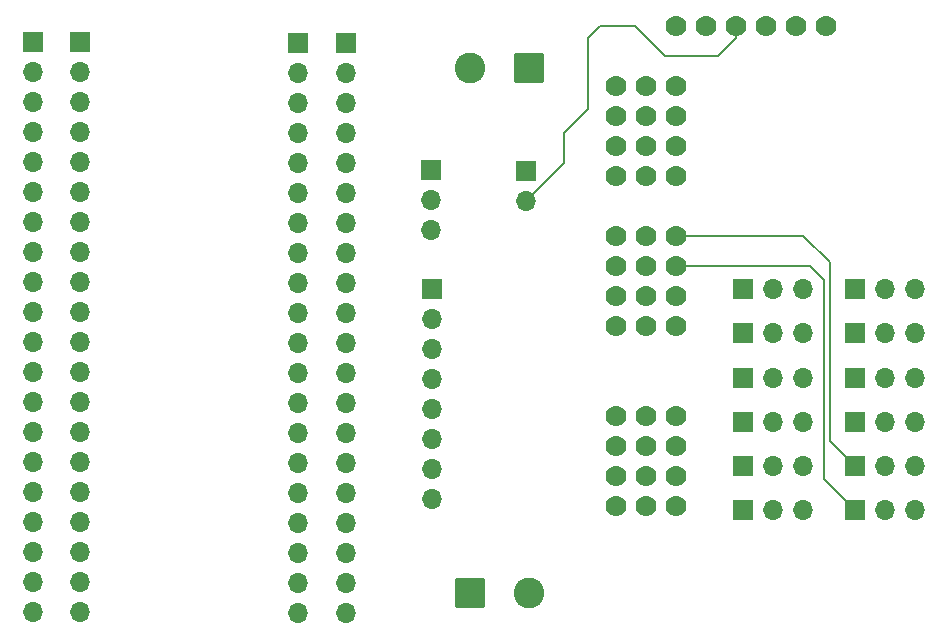
<source format=gbr>
%TF.GenerationSoftware,KiCad,Pcbnew,9.0.0*%
%TF.CreationDate,2025-03-26T16:24:42-04:00*%
%TF.ProjectId,spotmicro18_5mm,73706f74-6d69-4637-926f-31385f356d6d,rev?*%
%TF.SameCoordinates,Original*%
%TF.FileFunction,Copper,L4,Bot*%
%TF.FilePolarity,Positive*%
%FSLAX46Y46*%
G04 Gerber Fmt 4.6, Leading zero omitted, Abs format (unit mm)*
G04 Created by KiCad (PCBNEW 9.0.0) date 2025-03-26 16:24:42*
%MOMM*%
%LPD*%
G01*
G04 APERTURE LIST*
G04 Aperture macros list*
%AMRoundRect*
0 Rectangle with rounded corners*
0 $1 Rounding radius*
0 $2 $3 $4 $5 $6 $7 $8 $9 X,Y pos of 4 corners*
0 Add a 4 corners polygon primitive as box body*
4,1,4,$2,$3,$4,$5,$6,$7,$8,$9,$2,$3,0*
0 Add four circle primitives for the rounded corners*
1,1,$1+$1,$2,$3*
1,1,$1+$1,$4,$5*
1,1,$1+$1,$6,$7*
1,1,$1+$1,$8,$9*
0 Add four rect primitives between the rounded corners*
20,1,$1+$1,$2,$3,$4,$5,0*
20,1,$1+$1,$4,$5,$6,$7,0*
20,1,$1+$1,$6,$7,$8,$9,0*
20,1,$1+$1,$8,$9,$2,$3,0*%
G04 Aperture macros list end*
%TA.AperFunction,ComponentPad*%
%ADD10R,1.700000X1.700000*%
%TD*%
%TA.AperFunction,ComponentPad*%
%ADD11O,1.700000X1.700000*%
%TD*%
%TA.AperFunction,ComponentPad*%
%ADD12RoundRect,0.250000X1.050000X1.050000X-1.050000X1.050000X-1.050000X-1.050000X1.050000X-1.050000X0*%
%TD*%
%TA.AperFunction,ComponentPad*%
%ADD13C,2.600000*%
%TD*%
%TA.AperFunction,ComponentPad*%
%ADD14RoundRect,0.250000X-1.050000X-1.050000X1.050000X-1.050000X1.050000X1.050000X-1.050000X1.050000X0*%
%TD*%
%TA.AperFunction,ComponentPad*%
%ADD15C,1.778000*%
%TD*%
%TA.AperFunction,Conductor*%
%ADD16C,0.200000*%
%TD*%
G04 APERTURE END LIST*
D10*
%TO.P,J9,1,Pin_1*%
%TO.N,/PWM-7*%
X146170000Y-88000000D03*
D11*
%TO.P,J9,2,Pin_2*%
%TO.N,/S2-PWR*%
X148710000Y-88000000D03*
%TO.P,J9,3,Pin_3*%
%TO.N,/S2-GND*%
X151250000Y-88000000D03*
%TD*%
D10*
%TO.P,J14,1,Pin_1*%
%TO.N,/ESP-32Pin*%
X90000000Y-63360000D03*
D11*
%TO.P,J14,2,Pin_2*%
X90000000Y-65900000D03*
%TO.P,J14,3,Pin_3*%
X90000000Y-68440000D03*
%TO.P,J14,4,Pin_4*%
X90000000Y-70980000D03*
%TO.P,J14,5,Pin_5*%
X90000000Y-73520000D03*
%TO.P,J14,6,Pin_6*%
X90000000Y-76060000D03*
%TO.P,J14,7,Pin_7*%
X90000000Y-78600000D03*
%TO.P,J14,8,Pin_8*%
X90000000Y-81140000D03*
%TO.P,J14,9,Pin_9*%
X90000000Y-83680000D03*
%TO.P,J14,10,Pin_10*%
X90000000Y-86220000D03*
%TO.P,J14,11,Pin_11*%
X90000000Y-88760000D03*
%TO.P,J14,12,Pin_12*%
X90000000Y-91300000D03*
%TO.P,J14,13,Pin_13*%
X90000000Y-93840000D03*
%TO.P,J14,14,Pin_14*%
X90000000Y-96380000D03*
%TO.P,J14,15,Pin_15*%
X90000000Y-98920000D03*
%TO.P,J14,16,Pin_16*%
X90000000Y-101460000D03*
%TO.P,J14,17,Pin_17*%
X90000000Y-104000000D03*
%TO.P,J14,18,Pin_18*%
X90000000Y-106540000D03*
%TO.P,J14,19,Pin_19*%
X90000000Y-109080000D03*
%TO.P,J14,20,Pin_20*%
X90000000Y-111620000D03*
%TD*%
D10*
%TO.P,J6,1,Pin_1*%
%TO.N,/PWM-4*%
X155670000Y-99250000D03*
D11*
%TO.P,J6,2,Pin_2*%
%TO.N,/S1-PWR*%
X158210000Y-99250000D03*
%TO.P,J6,3,Pin_3*%
%TO.N,/S1-GND*%
X160750000Y-99250000D03*
%TD*%
D10*
%TO.P,J18,1,Pin_1*%
%TO.N,/Global SCL*%
X127750000Y-74250000D03*
D11*
%TO.P,J18,2,Pin_2*%
%TO.N,/Global SDA*%
X127750000Y-76790000D03*
%TD*%
D12*
%TO.P,J21,1,Pin_1*%
%TO.N,/S2-PWR*%
X127993453Y-65577500D03*
D13*
%TO.P,J21,2,Pin_2*%
%TO.N,/S2-GND*%
X122993453Y-65577500D03*
%TD*%
D10*
%TO.P,J4,1,Pin_1*%
%TO.N,/PWM-2*%
X155670000Y-91750000D03*
D11*
%TO.P,J4,2,Pin_2*%
%TO.N,/S1-PWR*%
X158210000Y-91750000D03*
%TO.P,J4,3,Pin_3*%
%TO.N,/S1-GND*%
X160750000Y-91750000D03*
%TD*%
D10*
%TO.P,J17,1,Pin_1*%
%TO.N,/ESP-32Pin*%
X112500000Y-63400000D03*
D11*
%TO.P,J17,2,Pin_2*%
X112500000Y-65940000D03*
%TO.P,J17,3,Pin_3*%
X112500000Y-68480000D03*
%TO.P,J17,4,Pin_4*%
X112500000Y-71020000D03*
%TO.P,J17,5,Pin_5*%
X112500000Y-73560000D03*
%TO.P,J17,6,Pin_6*%
X112500000Y-76100000D03*
%TO.P,J17,7,Pin_7*%
X112500000Y-78640000D03*
%TO.P,J17,8,Pin_8*%
X112500000Y-81180000D03*
%TO.P,J17,9,Pin_9*%
X112500000Y-83720000D03*
%TO.P,J17,10,Pin_10*%
X112500000Y-86260000D03*
%TO.P,J17,11,Pin_11*%
X112500000Y-88800000D03*
%TO.P,J17,12,Pin_12*%
X112500000Y-91340000D03*
%TO.P,J17,13,Pin_13*%
X112500000Y-93880000D03*
%TO.P,J17,14,Pin_14*%
X112500000Y-96420000D03*
%TO.P,J17,15,Pin_15*%
X112500000Y-98960000D03*
%TO.P,J17,16,Pin_16*%
X112500000Y-101500000D03*
%TO.P,J17,17,Pin_17*%
X112500000Y-104040000D03*
%TO.P,J17,18,Pin_18*%
X112500000Y-106580000D03*
%TO.P,J17,19,Pin_19*%
X112500000Y-109120000D03*
%TO.P,J17,20,Pin_20*%
X112500000Y-111660000D03*
%TD*%
D10*
%TO.P,J13,1,Pin_1*%
%TO.N,/PWM-11*%
X146170000Y-103000000D03*
D11*
%TO.P,J13,2,Pin_2*%
%TO.N,/S2-PWR*%
X148710000Y-103000000D03*
%TO.P,J13,3,Pin_3*%
%TO.N,/S2-GND*%
X151250000Y-103000000D03*
%TD*%
D10*
%TO.P,J3,1,Pin_1*%
%TO.N,/PWM-1*%
X155670000Y-88000000D03*
D11*
%TO.P,J3,2,Pin_2*%
%TO.N,/S1-PWR*%
X158210000Y-88000000D03*
%TO.P,J3,3,Pin_3*%
%TO.N,/S1-GND*%
X160750000Y-88000000D03*
%TD*%
D10*
%TO.P,J15,1,Pin_1*%
%TO.N,/ESP-32Pin*%
X108500000Y-63400000D03*
D11*
%TO.P,J15,2,Pin_2*%
X108500000Y-65940000D03*
%TO.P,J15,3,Pin_3*%
X108500000Y-68480000D03*
%TO.P,J15,4,Pin_4*%
X108500000Y-71020000D03*
%TO.P,J15,5,Pin_5*%
X108500000Y-73560000D03*
%TO.P,J15,6,Pin_6*%
X108500000Y-76100000D03*
%TO.P,J15,7,Pin_7*%
X108500000Y-78640000D03*
%TO.P,J15,8,Pin_8*%
X108500000Y-81180000D03*
%TO.P,J15,9,Pin_9*%
X108500000Y-83720000D03*
%TO.P,J15,10,Pin_10*%
X108500000Y-86260000D03*
%TO.P,J15,11,Pin_11*%
X108500000Y-88800000D03*
%TO.P,J15,12,Pin_12*%
X108500000Y-91340000D03*
%TO.P,J15,13,Pin_13*%
X108500000Y-93880000D03*
%TO.P,J15,14,Pin_14*%
X108500000Y-96420000D03*
%TO.P,J15,15,Pin_15*%
X108500000Y-98960000D03*
%TO.P,J15,16,Pin_16*%
X108500000Y-101500000D03*
%TO.P,J15,17,Pin_17*%
X108500000Y-104040000D03*
%TO.P,J15,18,Pin_18*%
X108500000Y-106580000D03*
%TO.P,J15,19,Pin_19*%
X108500000Y-109120000D03*
%TO.P,J15,20,Pin_20*%
X108500000Y-111660000D03*
%TD*%
D10*
%TO.P,J11,1,Pin_1*%
%TO.N,/PWM-9*%
X146170000Y-95500000D03*
D11*
%TO.P,J11,2,Pin_2*%
%TO.N,/S2-PWR*%
X148710000Y-95500000D03*
%TO.P,J11,3,Pin_3*%
%TO.N,/S2-GND*%
X151250000Y-95500000D03*
%TD*%
D14*
%TO.P,J1,1,Pin_1*%
%TO.N,/S1-PWR*%
X123000000Y-110000000D03*
D13*
%TO.P,J1,2,Pin_2*%
%TO.N,/S1-GND*%
X128000000Y-110000000D03*
%TD*%
D10*
%TO.P,J16,1,Pin_1*%
%TO.N,/ESP-32Pin*%
X86000000Y-63360000D03*
D11*
%TO.P,J16,2,Pin_2*%
X86000000Y-65900000D03*
%TO.P,J16,3,Pin_3*%
X86000000Y-68440000D03*
%TO.P,J16,4,Pin_4*%
X86000000Y-70980000D03*
%TO.P,J16,5,Pin_5*%
X86000000Y-73520000D03*
%TO.P,J16,6,Pin_6*%
X86000000Y-76060000D03*
%TO.P,J16,7,Pin_7*%
X86000000Y-78600000D03*
%TO.P,J16,8,Pin_8*%
X86000000Y-81140000D03*
%TO.P,J16,9,Pin_9*%
X86000000Y-83680000D03*
%TO.P,J16,10,Pin_10*%
X86000000Y-86220000D03*
%TO.P,J16,11,Pin_11*%
X86000000Y-88760000D03*
%TO.P,J16,12,Pin_12*%
X86000000Y-91300000D03*
%TO.P,J16,13,Pin_13*%
X86000000Y-93840000D03*
%TO.P,J16,14,Pin_14*%
X86000000Y-96380000D03*
%TO.P,J16,15,Pin_15*%
X86000000Y-98920000D03*
%TO.P,J16,16,Pin_16*%
X86000000Y-101460000D03*
%TO.P,J16,17,Pin_17*%
X86000000Y-104000000D03*
%TO.P,J16,18,Pin_18*%
X86000000Y-106540000D03*
%TO.P,J16,19,Pin_19*%
X86000000Y-109080000D03*
%TO.P,J16,20,Pin_20*%
X86000000Y-111620000D03*
%TD*%
D10*
%TO.P,J8,1,Pin_1*%
%TO.N,/PWM-6*%
X146170000Y-84250000D03*
D11*
%TO.P,J8,2,Pin_2*%
%TO.N,/S2-PWR*%
X148710000Y-84250000D03*
%TO.P,J8,3,Pin_3*%
%TO.N,/S2-GND*%
X151250000Y-84250000D03*
%TD*%
D10*
%TO.P,J5,1,Pin_1*%
%TO.N,/PWM-3*%
X155670000Y-95500000D03*
D11*
%TO.P,J5,2,Pin_2*%
%TO.N,/S1-PWR*%
X158210000Y-95500000D03*
%TO.P,J5,3,Pin_3*%
%TO.N,/S1-GND*%
X160750000Y-95500000D03*
%TD*%
D10*
%TO.P,J10,1,Pin_1*%
%TO.N,/PWM-8*%
X146170000Y-91750000D03*
D11*
%TO.P,J10,2,Pin_2*%
%TO.N,/S2-PWR*%
X148710000Y-91750000D03*
%TO.P,J10,3,Pin_3*%
%TO.N,/S2-GND*%
X151250000Y-91750000D03*
%TD*%
D10*
%TO.P,J20,1,Pin_1*%
%TO.N,/ESP32-3v3*%
X119800000Y-84260000D03*
D11*
%TO.P,J20,2,Pin_2*%
%TO.N,/ESP32-GND*%
X119800000Y-86800000D03*
%TO.P,J20,3,Pin_3*%
%TO.N,/Global SCL*%
X119800000Y-89340000D03*
%TO.P,J20,4,Pin_4*%
%TO.N,/Global SDA*%
X119800000Y-91880000D03*
%TO.P,J20,5,Pin_5*%
%TO.N,unconnected-(J20-Pin_5-Pad5)*%
X119800000Y-94420000D03*
%TO.P,J20,6,Pin_6*%
%TO.N,unconnected-(J20-Pin_6-Pad6)*%
X119800000Y-96960000D03*
%TO.P,J20,7,Pin_7*%
%TO.N,unconnected-(J20-Pin_7-Pad7)*%
X119800000Y-99500000D03*
%TO.P,J20,8,Pin_8*%
%TO.N,unconnected-(J20-Pin_8-Pad8)*%
X119800000Y-102040000D03*
%TD*%
D10*
%TO.P,J12,1,Pin_1*%
%TO.N,/PWM-10*%
X146170000Y-99250000D03*
D11*
%TO.P,J12,2,Pin_2*%
%TO.N,/S2-PWR*%
X148710000Y-99250000D03*
%TO.P,J12,3,Pin_3*%
%TO.N,/S2-GND*%
X151250000Y-99250000D03*
%TD*%
D10*
%TO.P,J19,1,Pin_1*%
%TO.N,/ESP32-GND*%
X119750000Y-74210000D03*
D11*
%TO.P,J19,2,Pin_2*%
%TO.N,/ESP32-3v3*%
X119750000Y-76750000D03*
%TO.P,J19,3,Pin_3*%
%TO.N,/ESP32-5v*%
X119750000Y-79290000D03*
%TD*%
D10*
%TO.P,J7,1,Pin_1*%
%TO.N,/PWM-5*%
X155670000Y-103000000D03*
D11*
%TO.P,J7,2,Pin_2*%
%TO.N,/S1-PWR*%
X158210000Y-103000000D03*
%TO.P,J7,3,Pin_3*%
%TO.N,/S1-GND*%
X160750000Y-103000000D03*
%TD*%
D15*
%TO.P,U2,0,PWM_0*%
%TO.N,/PWM-0*%
X140440000Y-67050000D03*
%TO.P,U2,1,PWM_1*%
%TO.N,/PWM-1*%
X140440000Y-69590000D03*
%TO.P,U2,2,PWM_2*%
%TO.N,/PWM-2*%
X140440000Y-72130000D03*
%TO.P,U2,3,PWM_3*%
%TO.N,/PWM-3*%
X140440000Y-74670000D03*
%TO.P,U2,4,PWM_4*%
%TO.N,/PWM-4*%
X140440000Y-79750000D03*
%TO.P,U2,5,PWM_5*%
%TO.N,/PWM-5*%
X140440000Y-82290000D03*
%TO.P,U2,6,PWM_6*%
%TO.N,/PWM-6*%
X140440000Y-84830000D03*
%TO.P,U2,7,PWM_7*%
%TO.N,/PWM-7*%
X140440000Y-87370000D03*
%TO.P,U2,8,PWM_8*%
%TO.N,/PWM-8*%
X140440000Y-94990000D03*
%TO.P,U2,9,PWM_9*%
%TO.N,/PWM-9*%
X140440000Y-97530000D03*
%TO.P,U2,10,PWM_10*%
%TO.N,/PWM-10*%
X140440000Y-100070000D03*
%TO.P,U2,11,PWM_11*%
%TO.N,/PWM-11*%
X140440000Y-102610000D03*
%TO.P,U2,GND_1,GND*%
%TO.N,/ESP32-GND*%
X153140000Y-61970000D03*
%TO.P,U2,GND_3*%
%TO.N,N/C*%
X135360000Y-67050000D03*
%TO.P,U2,GND_4*%
X135360000Y-69590000D03*
%TO.P,U2,GND_5*%
X135360000Y-72130000D03*
%TO.P,U2,GND_6*%
X135360000Y-74670000D03*
%TO.P,U2,GND_7*%
X135360000Y-79750000D03*
%TO.P,U2,GND_8*%
X135360000Y-82290000D03*
%TO.P,U2,GND_9*%
X135360000Y-84830000D03*
%TO.P,U2,GND_10*%
X135360000Y-87370000D03*
%TO.P,U2,GND_11*%
X135360000Y-94990000D03*
%TO.P,U2,GND_12*%
X135360000Y-97530000D03*
%TO.P,U2,GND_13*%
X135360000Y-100070000D03*
%TO.P,U2,GND_14*%
X135360000Y-102610000D03*
%TO.P,U2,OE_1*%
X150600000Y-61970000D03*
%TO.P,U2,SCL_1,SCL*%
%TO.N,/Global SCL*%
X148060000Y-61970000D03*
%TO.P,U2,SDA_1,SDA*%
%TO.N,/Global SDA*%
X145520000Y-61970000D03*
%TO.P,U2,V+_1,V+*%
%TO.N,unconnected-(U2-V+-PadV+_1)*%
X140440000Y-61970000D03*
%TO.P,U2,V+_3*%
%TO.N,N/C*%
X137900000Y-67050000D03*
%TO.P,U2,V+_4*%
X137900000Y-69590000D03*
%TO.P,U2,V+_5*%
X137900000Y-72130000D03*
%TO.P,U2,V+_6*%
X137900000Y-74670000D03*
%TO.P,U2,V+_7*%
X137900000Y-79750000D03*
%TO.P,U2,V+_8*%
X137900000Y-82290000D03*
%TO.P,U2,V+_9*%
X137900000Y-84830000D03*
%TO.P,U2,V+_10*%
X137900000Y-87370000D03*
%TO.P,U2,V+_11*%
X137900000Y-94990000D03*
%TO.P,U2,V+_12*%
X137900000Y-97530000D03*
%TO.P,U2,V+_13*%
X137900000Y-100070000D03*
%TO.P,U2,V+_14*%
X137900000Y-102610000D03*
%TO.P,U2,VCC_1,VCC*%
%TO.N,/ESP32-5v*%
X142980000Y-61970000D03*
%TD*%
D10*
%TO.P,J2,1,Pin_1*%
%TO.N,/PWM-0*%
X155670000Y-84250000D03*
D11*
%TO.P,J2,2,Pin_2*%
%TO.N,/S1-PWR*%
X158210000Y-84250000D03*
%TO.P,J2,3,Pin_3*%
%TO.N,/S1-GND*%
X160750000Y-84250000D03*
%TD*%
D16*
%TO.N,/PWM-4*%
X140440000Y-79750000D02*
X151250000Y-79750000D01*
X151250000Y-79750000D02*
X153500000Y-82000000D01*
X153500000Y-82000000D02*
X153500000Y-97080000D01*
X153500000Y-97080000D02*
X155670000Y-99250000D01*
%TO.N,/PWM-5*%
X153000000Y-83500000D02*
X153000000Y-100330000D01*
X151790000Y-82290000D02*
X153000000Y-83500000D01*
X153000000Y-100330000D02*
X155670000Y-103000000D01*
X140440000Y-82290000D02*
X151790000Y-82290000D01*
%TO.N,/Global SDA*%
X133000000Y-63000000D02*
X134000000Y-62000000D01*
X144000000Y-64500000D02*
X145520000Y-62980000D01*
X127750000Y-76790000D02*
X131000000Y-73540000D01*
X137000000Y-62000000D02*
X139500000Y-64500000D01*
X145520000Y-62980000D02*
X145520000Y-61970000D01*
X131000000Y-71000000D02*
X133000000Y-69000000D01*
X139500000Y-64500000D02*
X144000000Y-64500000D01*
X133000000Y-69000000D02*
X133000000Y-63000000D01*
X134000000Y-62000000D02*
X137000000Y-62000000D01*
X131000000Y-73540000D02*
X131000000Y-71000000D01*
%TD*%
M02*

</source>
